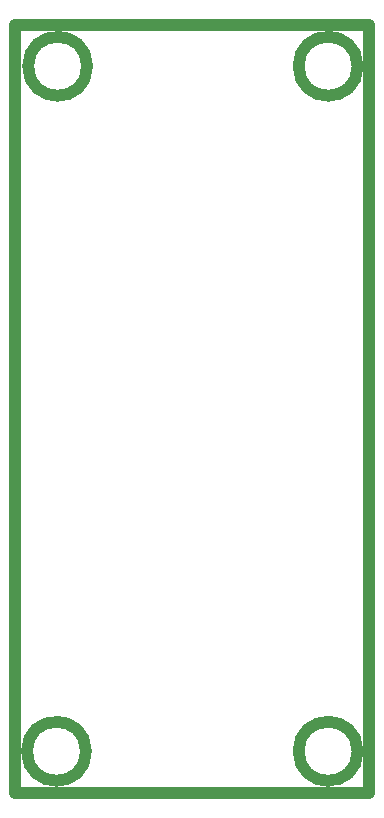
<source format=gm1>
%TF.GenerationSoftware,KiCad,Pcbnew,5.1.9+dfsg1-1*%
%TF.CreationDate,2021-05-30T15:35:39+01:00*%
%TF.ProjectId,sjspi,736a7370-692e-46b6-9963-61645f706362,v0.1*%
%TF.SameCoordinates,Original*%
%TF.FileFunction,Profile,NP*%
%FSLAX46Y46*%
G04 Gerber Fmt 4.6, Leading zero omitted, Abs format (unit mm)*
G04 Created by KiCad (PCBNEW 5.1.9+dfsg1-1) date 2021-05-30 15:35:39*
%MOMM*%
%LPD*%
G01*
G04 APERTURE LIST*
%TA.AperFunction,Profile*%
%ADD10C,1.000000*%
%TD*%
G04 APERTURE END LIST*
D10*
X136000000Y-126500000D02*
G75*
G03*
X136000000Y-126500000I-2500000J0D01*
G01*
X159000000Y-126500000D02*
G75*
G03*
X159000000Y-126500000I-2500000J0D01*
G01*
X136100000Y-68500000D02*
G75*
G03*
X136100000Y-68500000I-2500000J0D01*
G01*
X159000000Y-68500000D02*
G75*
G03*
X159000000Y-68500000I-2500000J0D01*
G01*
X160000000Y-65000000D02*
X160000000Y-130000000D01*
X130000000Y-65000000D02*
X160000000Y-65000000D01*
X130000000Y-130000000D02*
X130000000Y-65000000D01*
X160000000Y-130000000D02*
X130000000Y-130000000D01*
M02*

</source>
